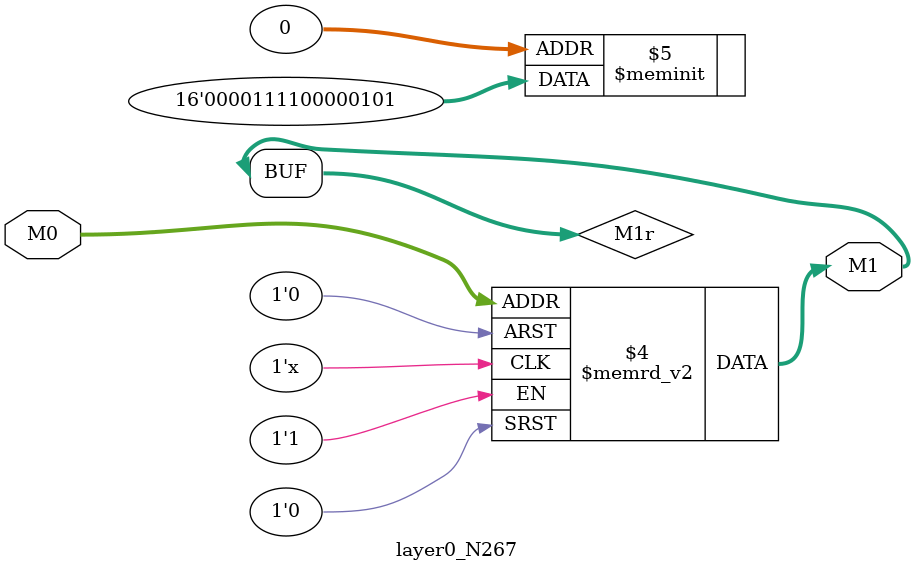
<source format=v>
module layer0_N267 ( input [2:0] M0, output [1:0] M1 );

	(*rom_style = "distributed" *) reg [1:0] M1r;
	assign M1 = M1r;
	always @ (M0) begin
		case (M0)
			3'b000: M1r = 2'b01;
			3'b100: M1r = 2'b11;
			3'b010: M1r = 2'b00;
			3'b110: M1r = 2'b00;
			3'b001: M1r = 2'b01;
			3'b101: M1r = 2'b11;
			3'b011: M1r = 2'b00;
			3'b111: M1r = 2'b00;

		endcase
	end
endmodule

</source>
